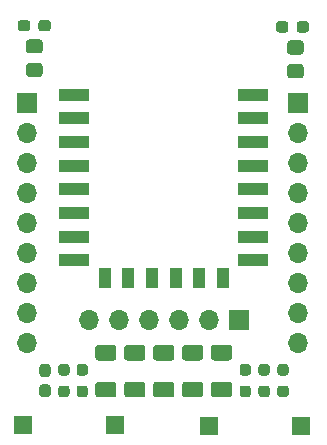
<source format=gbr>
%TF.GenerationSoftware,KiCad,Pcbnew,5.1.9-73d0e3b20d~88~ubuntu18.04.1*%
%TF.CreationDate,2021-11-28T01:15:10+02:00*%
%TF.ProjectId,ESP8266-Breakout,45535038-3236-4362-9d42-7265616b6f75,rev?*%
%TF.SameCoordinates,Original*%
%TF.FileFunction,Soldermask,Top*%
%TF.FilePolarity,Negative*%
%FSLAX46Y46*%
G04 Gerber Fmt 4.6, Leading zero omitted, Abs format (unit mm)*
G04 Created by KiCad (PCBNEW 5.1.9-73d0e3b20d~88~ubuntu18.04.1) date 2021-11-28 01:15:10*
%MOMM*%
%LPD*%
G01*
G04 APERTURE LIST*
%ADD10R,1.500000X1.500000*%
%ADD11R,2.500000X1.000000*%
%ADD12R,1.000000X1.800000*%
%ADD13O,1.700000X1.700000*%
%ADD14R,1.700000X1.700000*%
G04 APERTURE END LIST*
D10*
%TO.C,SW501*%
X163850000Y-102200000D03*
X156050000Y-102200000D03*
%TD*%
D11*
%TO.C,U501*%
X159800000Y-74200000D03*
X159800000Y-76200000D03*
X159800000Y-78200000D03*
X159800000Y-80200000D03*
X159800000Y-82200000D03*
X159800000Y-84200000D03*
X159800000Y-86200000D03*
X159800000Y-88200000D03*
D12*
X157200000Y-89700000D03*
X155200000Y-89700000D03*
X153200000Y-89700000D03*
X151200000Y-89700000D03*
X149200000Y-89700000D03*
X147200000Y-89700000D03*
D11*
X144600000Y-88200000D03*
X144600000Y-86200000D03*
X144600000Y-84200000D03*
X144600000Y-82200000D03*
X144600000Y-80200000D03*
X144600000Y-78200000D03*
X144600000Y-76200000D03*
X144600000Y-74200000D03*
%TD*%
D10*
%TO.C,SW502*%
X140300000Y-102150000D03*
X148100000Y-102150000D03*
%TD*%
%TO.C,R507*%
G36*
G01*
X162899999Y-71600000D02*
X163800001Y-71600000D01*
G75*
G02*
X164050000Y-71849999I0J-249999D01*
G01*
X164050000Y-72550001D01*
G75*
G02*
X163800001Y-72800000I-249999J0D01*
G01*
X162899999Y-72800000D01*
G75*
G02*
X162650000Y-72550001I0J249999D01*
G01*
X162650000Y-71849999D01*
G75*
G02*
X162899999Y-71600000I249999J0D01*
G01*
G37*
G36*
G01*
X162899999Y-69600000D02*
X163800001Y-69600000D01*
G75*
G02*
X164050000Y-69849999I0J-249999D01*
G01*
X164050000Y-70550001D01*
G75*
G02*
X163800001Y-70800000I-249999J0D01*
G01*
X162899999Y-70800000D01*
G75*
G02*
X162650000Y-70550001I0J249999D01*
G01*
X162650000Y-69849999D01*
G75*
G02*
X162899999Y-69600000I249999J0D01*
G01*
G37*
%TD*%
%TO.C,R506*%
G36*
G01*
X162537500Y-97975000D02*
X162062500Y-97975000D01*
G75*
G02*
X161825000Y-97737500I0J237500D01*
G01*
X161825000Y-97237500D01*
G75*
G02*
X162062500Y-97000000I237500J0D01*
G01*
X162537500Y-97000000D01*
G75*
G02*
X162775000Y-97237500I0J-237500D01*
G01*
X162775000Y-97737500D01*
G75*
G02*
X162537500Y-97975000I-237500J0D01*
G01*
G37*
G36*
G01*
X162537500Y-99800000D02*
X162062500Y-99800000D01*
G75*
G02*
X161825000Y-99562500I0J237500D01*
G01*
X161825000Y-99062500D01*
G75*
G02*
X162062500Y-98825000I237500J0D01*
G01*
X162537500Y-98825000D01*
G75*
G02*
X162775000Y-99062500I0J-237500D01*
G01*
X162775000Y-99562500D01*
G75*
G02*
X162537500Y-99800000I-237500J0D01*
G01*
G37*
%TD*%
%TO.C,R505*%
G36*
G01*
X160937500Y-97975000D02*
X160462500Y-97975000D01*
G75*
G02*
X160225000Y-97737500I0J237500D01*
G01*
X160225000Y-97237500D01*
G75*
G02*
X160462500Y-97000000I237500J0D01*
G01*
X160937500Y-97000000D01*
G75*
G02*
X161175000Y-97237500I0J-237500D01*
G01*
X161175000Y-97737500D01*
G75*
G02*
X160937500Y-97975000I-237500J0D01*
G01*
G37*
G36*
G01*
X160937500Y-99800000D02*
X160462500Y-99800000D01*
G75*
G02*
X160225000Y-99562500I0J237500D01*
G01*
X160225000Y-99062500D01*
G75*
G02*
X160462500Y-98825000I237500J0D01*
G01*
X160937500Y-98825000D01*
G75*
G02*
X161175000Y-99062500I0J-237500D01*
G01*
X161175000Y-99562500D01*
G75*
G02*
X160937500Y-99800000I-237500J0D01*
G01*
G37*
%TD*%
%TO.C,R504*%
G36*
G01*
X140799999Y-71500000D02*
X141700001Y-71500000D01*
G75*
G02*
X141950000Y-71749999I0J-249999D01*
G01*
X141950000Y-72450001D01*
G75*
G02*
X141700001Y-72700000I-249999J0D01*
G01*
X140799999Y-72700000D01*
G75*
G02*
X140550000Y-72450001I0J249999D01*
G01*
X140550000Y-71749999D01*
G75*
G02*
X140799999Y-71500000I249999J0D01*
G01*
G37*
G36*
G01*
X140799999Y-69500000D02*
X141700001Y-69500000D01*
G75*
G02*
X141950000Y-69749999I0J-249999D01*
G01*
X141950000Y-70450001D01*
G75*
G02*
X141700001Y-70700000I-249999J0D01*
G01*
X140799999Y-70700000D01*
G75*
G02*
X140550000Y-70450001I0J249999D01*
G01*
X140550000Y-69749999D01*
G75*
G02*
X140799999Y-69500000I249999J0D01*
G01*
G37*
%TD*%
%TO.C,R503*%
G36*
G01*
X143987500Y-97975000D02*
X143512500Y-97975000D01*
G75*
G02*
X143275000Y-97737500I0J237500D01*
G01*
X143275000Y-97237500D01*
G75*
G02*
X143512500Y-97000000I237500J0D01*
G01*
X143987500Y-97000000D01*
G75*
G02*
X144225000Y-97237500I0J-237500D01*
G01*
X144225000Y-97737500D01*
G75*
G02*
X143987500Y-97975000I-237500J0D01*
G01*
G37*
G36*
G01*
X143987500Y-99800000D02*
X143512500Y-99800000D01*
G75*
G02*
X143275000Y-99562500I0J237500D01*
G01*
X143275000Y-99062500D01*
G75*
G02*
X143512500Y-98825000I237500J0D01*
G01*
X143987500Y-98825000D01*
G75*
G02*
X144225000Y-99062500I0J-237500D01*
G01*
X144225000Y-99562500D01*
G75*
G02*
X143987500Y-99800000I-237500J0D01*
G01*
G37*
%TD*%
%TO.C,R502*%
G36*
G01*
X145062500Y-98825000D02*
X145537500Y-98825000D01*
G75*
G02*
X145775000Y-99062500I0J-237500D01*
G01*
X145775000Y-99562500D01*
G75*
G02*
X145537500Y-99800000I-237500J0D01*
G01*
X145062500Y-99800000D01*
G75*
G02*
X144825000Y-99562500I0J237500D01*
G01*
X144825000Y-99062500D01*
G75*
G02*
X145062500Y-98825000I237500J0D01*
G01*
G37*
G36*
G01*
X145062500Y-97000000D02*
X145537500Y-97000000D01*
G75*
G02*
X145775000Y-97237500I0J-237500D01*
G01*
X145775000Y-97737500D01*
G75*
G02*
X145537500Y-97975000I-237500J0D01*
G01*
X145062500Y-97975000D01*
G75*
G02*
X144825000Y-97737500I0J237500D01*
G01*
X144825000Y-97237500D01*
G75*
G02*
X145062500Y-97000000I237500J0D01*
G01*
G37*
%TD*%
%TO.C,R501*%
G36*
G01*
X158862500Y-98825000D02*
X159337500Y-98825000D01*
G75*
G02*
X159575000Y-99062500I0J-237500D01*
G01*
X159575000Y-99562500D01*
G75*
G02*
X159337500Y-99800000I-237500J0D01*
G01*
X158862500Y-99800000D01*
G75*
G02*
X158625000Y-99562500I0J237500D01*
G01*
X158625000Y-99062500D01*
G75*
G02*
X158862500Y-98825000I237500J0D01*
G01*
G37*
G36*
G01*
X158862500Y-97000000D02*
X159337500Y-97000000D01*
G75*
G02*
X159575000Y-97237500I0J-237500D01*
G01*
X159575000Y-97737500D01*
G75*
G02*
X159337500Y-97975000I-237500J0D01*
G01*
X158862500Y-97975000D01*
G75*
G02*
X158625000Y-97737500I0J237500D01*
G01*
X158625000Y-97237500D01*
G75*
G02*
X158862500Y-97000000I237500J0D01*
G01*
G37*
%TD*%
D13*
%TO.C,J501*%
X145850000Y-93250000D03*
X148390000Y-93250000D03*
X150930000Y-93250000D03*
X153470000Y-93250000D03*
X156010000Y-93250000D03*
D14*
X158550000Y-93250000D03*
%TD*%
%TO.C,D502*%
G36*
G01*
X163450000Y-68687500D02*
X163450000Y-68212500D01*
G75*
G02*
X163687500Y-67975000I237500J0D01*
G01*
X164262500Y-67975000D01*
G75*
G02*
X164500000Y-68212500I0J-237500D01*
G01*
X164500000Y-68687500D01*
G75*
G02*
X164262500Y-68925000I-237500J0D01*
G01*
X163687500Y-68925000D01*
G75*
G02*
X163450000Y-68687500I0J237500D01*
G01*
G37*
G36*
G01*
X161700000Y-68687500D02*
X161700000Y-68212500D01*
G75*
G02*
X161937500Y-67975000I237500J0D01*
G01*
X162512500Y-67975000D01*
G75*
G02*
X162750000Y-68212500I0J-237500D01*
G01*
X162750000Y-68687500D01*
G75*
G02*
X162512500Y-68925000I-237500J0D01*
G01*
X161937500Y-68925000D01*
G75*
G02*
X161700000Y-68687500I0J237500D01*
G01*
G37*
%TD*%
%TO.C,D501*%
G36*
G01*
X140900000Y-68112500D02*
X140900000Y-68587500D01*
G75*
G02*
X140662500Y-68825000I-237500J0D01*
G01*
X140087500Y-68825000D01*
G75*
G02*
X139850000Y-68587500I0J237500D01*
G01*
X139850000Y-68112500D01*
G75*
G02*
X140087500Y-67875000I237500J0D01*
G01*
X140662500Y-67875000D01*
G75*
G02*
X140900000Y-68112500I0J-237500D01*
G01*
G37*
G36*
G01*
X142650000Y-68112500D02*
X142650000Y-68587500D01*
G75*
G02*
X142412500Y-68825000I-237500J0D01*
G01*
X141837500Y-68825000D01*
G75*
G02*
X141600000Y-68587500I0J237500D01*
G01*
X141600000Y-68112500D01*
G75*
G02*
X141837500Y-67875000I237500J0D01*
G01*
X142412500Y-67875000D01*
G75*
G02*
X142650000Y-68112500I0J-237500D01*
G01*
G37*
%TD*%
%TO.C,C502*%
G36*
G01*
X151549999Y-98500000D02*
X152850001Y-98500000D01*
G75*
G02*
X153100000Y-98749999I0J-249999D01*
G01*
X153100000Y-99575001D01*
G75*
G02*
X152850001Y-99825000I-249999J0D01*
G01*
X151549999Y-99825000D01*
G75*
G02*
X151300000Y-99575001I0J249999D01*
G01*
X151300000Y-98749999D01*
G75*
G02*
X151549999Y-98500000I249999J0D01*
G01*
G37*
G36*
G01*
X151549999Y-95375000D02*
X152850001Y-95375000D01*
G75*
G02*
X153100000Y-95624999I0J-249999D01*
G01*
X153100000Y-96450001D01*
G75*
G02*
X152850001Y-96700000I-249999J0D01*
G01*
X151549999Y-96700000D01*
G75*
G02*
X151300000Y-96450001I0J249999D01*
G01*
X151300000Y-95624999D01*
G75*
G02*
X151549999Y-95375000I249999J0D01*
G01*
G37*
%TD*%
%TO.C,C501*%
G36*
G01*
X141912500Y-98725000D02*
X142387500Y-98725000D01*
G75*
G02*
X142625000Y-98962500I0J-237500D01*
G01*
X142625000Y-99562500D01*
G75*
G02*
X142387500Y-99800000I-237500J0D01*
G01*
X141912500Y-99800000D01*
G75*
G02*
X141675000Y-99562500I0J237500D01*
G01*
X141675000Y-98962500D01*
G75*
G02*
X141912500Y-98725000I237500J0D01*
G01*
G37*
G36*
G01*
X141912500Y-97000000D02*
X142387500Y-97000000D01*
G75*
G02*
X142625000Y-97237500I0J-237500D01*
G01*
X142625000Y-97837500D01*
G75*
G02*
X142387500Y-98075000I-237500J0D01*
G01*
X141912500Y-98075000D01*
G75*
G02*
X141675000Y-97837500I0J237500D01*
G01*
X141675000Y-97237500D01*
G75*
G02*
X141912500Y-97000000I237500J0D01*
G01*
G37*
%TD*%
%TO.C,C104*%
G36*
G01*
X156449999Y-98500000D02*
X157750001Y-98500000D01*
G75*
G02*
X158000000Y-98749999I0J-249999D01*
G01*
X158000000Y-99575001D01*
G75*
G02*
X157750001Y-99825000I-249999J0D01*
G01*
X156449999Y-99825000D01*
G75*
G02*
X156200000Y-99575001I0J249999D01*
G01*
X156200000Y-98749999D01*
G75*
G02*
X156449999Y-98500000I249999J0D01*
G01*
G37*
G36*
G01*
X156449999Y-95375000D02*
X157750001Y-95375000D01*
G75*
G02*
X158000000Y-95624999I0J-249999D01*
G01*
X158000000Y-96450001D01*
G75*
G02*
X157750001Y-96700000I-249999J0D01*
G01*
X156449999Y-96700000D01*
G75*
G02*
X156200000Y-96450001I0J249999D01*
G01*
X156200000Y-95624999D01*
G75*
G02*
X156449999Y-95375000I249999J0D01*
G01*
G37*
%TD*%
%TO.C,C103*%
G36*
G01*
X153999999Y-98500000D02*
X155300001Y-98500000D01*
G75*
G02*
X155550000Y-98749999I0J-249999D01*
G01*
X155550000Y-99575001D01*
G75*
G02*
X155300001Y-99825000I-249999J0D01*
G01*
X153999999Y-99825000D01*
G75*
G02*
X153750000Y-99575001I0J249999D01*
G01*
X153750000Y-98749999D01*
G75*
G02*
X153999999Y-98500000I249999J0D01*
G01*
G37*
G36*
G01*
X153999999Y-95375000D02*
X155300001Y-95375000D01*
G75*
G02*
X155550000Y-95624999I0J-249999D01*
G01*
X155550000Y-96450001D01*
G75*
G02*
X155300001Y-96700000I-249999J0D01*
G01*
X153999999Y-96700000D01*
G75*
G02*
X153750000Y-96450001I0J249999D01*
G01*
X153750000Y-95624999D01*
G75*
G02*
X153999999Y-95375000I249999J0D01*
G01*
G37*
%TD*%
%TO.C,C102*%
G36*
G01*
X146649999Y-98500000D02*
X147950001Y-98500000D01*
G75*
G02*
X148200000Y-98749999I0J-249999D01*
G01*
X148200000Y-99575001D01*
G75*
G02*
X147950001Y-99825000I-249999J0D01*
G01*
X146649999Y-99825000D01*
G75*
G02*
X146400000Y-99575001I0J249999D01*
G01*
X146400000Y-98749999D01*
G75*
G02*
X146649999Y-98500000I249999J0D01*
G01*
G37*
G36*
G01*
X146649999Y-95375000D02*
X147950001Y-95375000D01*
G75*
G02*
X148200000Y-95624999I0J-249999D01*
G01*
X148200000Y-96450001D01*
G75*
G02*
X147950001Y-96700000I-249999J0D01*
G01*
X146649999Y-96700000D01*
G75*
G02*
X146400000Y-96450001I0J249999D01*
G01*
X146400000Y-95624999D01*
G75*
G02*
X146649999Y-95375000I249999J0D01*
G01*
G37*
%TD*%
%TO.C,C101*%
G36*
G01*
X149099999Y-98500000D02*
X150400001Y-98500000D01*
G75*
G02*
X150650000Y-98749999I0J-249999D01*
G01*
X150650000Y-99575001D01*
G75*
G02*
X150400001Y-99825000I-249999J0D01*
G01*
X149099999Y-99825000D01*
G75*
G02*
X148850000Y-99575001I0J249999D01*
G01*
X148850000Y-98749999D01*
G75*
G02*
X149099999Y-98500000I249999J0D01*
G01*
G37*
G36*
G01*
X149099999Y-95375000D02*
X150400001Y-95375000D01*
G75*
G02*
X150650000Y-95624999I0J-249999D01*
G01*
X150650000Y-96450001D01*
G75*
G02*
X150400001Y-96700000I-249999J0D01*
G01*
X149099999Y-96700000D01*
G75*
G02*
X148850000Y-96450001I0J249999D01*
G01*
X148850000Y-95624999D01*
G75*
G02*
X149099999Y-95375000I249999J0D01*
G01*
G37*
%TD*%
%TO.C,J101*%
X140600000Y-74900000D03*
D13*
X140600000Y-77440000D03*
X140600000Y-79980000D03*
X140600000Y-82520000D03*
X140600000Y-85060000D03*
X140600000Y-87600000D03*
X140600000Y-90140000D03*
X140600000Y-92680000D03*
X140600000Y-95220000D03*
%TD*%
%TO.C,J102*%
X163600000Y-95220000D03*
X163600000Y-92680000D03*
X163600000Y-90140000D03*
X163600000Y-87600000D03*
X163600000Y-85060000D03*
X163600000Y-82520000D03*
X163600000Y-79980000D03*
X163600000Y-77440000D03*
D14*
X163600000Y-74900000D03*
%TD*%
M02*

</source>
